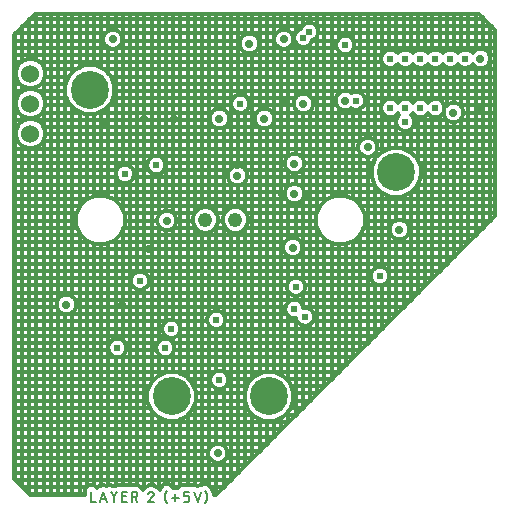
<source format=gbr>
G04 EAGLE Gerber RS-274X export*
G75*
%MOMM*%
%FSLAX34Y34*%
%LPD*%
%INCopper Layer 2*%
%IPPOS*%
%AMOC8*
5,1,8,0,0,1.08239X$1,22.5*%
G01*
%ADD10C,0.177800*%
%ADD11C,1.219200*%
%ADD12C,1.524000*%
%ADD13C,0.704800*%
%ADD14C,0.604800*%
%ADD15C,0.304800*%
%ADD16C,3.215641*%


D10*
X77089Y14351D02*
X77089Y5969D01*
X80814Y5969D01*
X84214Y5969D02*
X87008Y14351D01*
X89802Y5969D01*
X89104Y8065D02*
X84913Y8065D01*
X93358Y14351D02*
X96152Y10393D01*
X98946Y14351D01*
X96152Y10393D02*
X96152Y5969D01*
X103302Y5969D02*
X107027Y5969D01*
X103302Y5969D02*
X103302Y14351D01*
X107027Y14351D01*
X106096Y10626D02*
X103302Y10626D01*
X111291Y14351D02*
X111291Y5969D01*
X111291Y14351D02*
X113620Y14351D01*
X113715Y14349D01*
X113810Y14343D01*
X113904Y14334D01*
X113998Y14320D01*
X114092Y14303D01*
X114184Y14282D01*
X114276Y14257D01*
X114366Y14228D01*
X114456Y14196D01*
X114544Y14160D01*
X114630Y14120D01*
X114715Y14078D01*
X114798Y14031D01*
X114879Y13981D01*
X114957Y13928D01*
X115034Y13872D01*
X115108Y13813D01*
X115180Y13751D01*
X115249Y13686D01*
X115316Y13618D01*
X115379Y13548D01*
X115440Y13474D01*
X115498Y13399D01*
X115552Y13321D01*
X115604Y13241D01*
X115652Y13159D01*
X115696Y13076D01*
X115738Y12990D01*
X115775Y12903D01*
X115809Y12814D01*
X115840Y12724D01*
X115867Y12633D01*
X115890Y12541D01*
X115909Y12448D01*
X115924Y12354D01*
X115936Y12260D01*
X115944Y12165D01*
X115948Y12070D01*
X115948Y11976D01*
X115944Y11881D01*
X115936Y11786D01*
X115924Y11692D01*
X115909Y11598D01*
X115890Y11505D01*
X115867Y11413D01*
X115840Y11322D01*
X115809Y11232D01*
X115775Y11143D01*
X115738Y11056D01*
X115696Y10970D01*
X115652Y10887D01*
X115604Y10805D01*
X115552Y10725D01*
X115498Y10647D01*
X115440Y10572D01*
X115379Y10498D01*
X115316Y10428D01*
X115249Y10360D01*
X115180Y10295D01*
X115108Y10233D01*
X115034Y10174D01*
X114957Y10118D01*
X114879Y10065D01*
X114798Y10015D01*
X114715Y9968D01*
X114630Y9926D01*
X114544Y9886D01*
X114456Y9850D01*
X114366Y9818D01*
X114276Y9789D01*
X114184Y9764D01*
X114092Y9743D01*
X113998Y9726D01*
X113904Y9712D01*
X113810Y9703D01*
X113715Y9697D01*
X113620Y9695D01*
X113620Y9694D02*
X111291Y9694D01*
X114085Y9694D02*
X115948Y5969D01*
X127779Y14352D02*
X127868Y14350D01*
X127957Y14344D01*
X128045Y14335D01*
X128133Y14322D01*
X128221Y14305D01*
X128307Y14284D01*
X128393Y14260D01*
X128477Y14232D01*
X128561Y14201D01*
X128642Y14166D01*
X128723Y14128D01*
X128801Y14086D01*
X128878Y14041D01*
X128953Y13993D01*
X129025Y13941D01*
X129096Y13887D01*
X129164Y13829D01*
X129229Y13769D01*
X129292Y13706D01*
X129352Y13641D01*
X129410Y13573D01*
X129464Y13502D01*
X129516Y13430D01*
X129564Y13355D01*
X129609Y13278D01*
X129651Y13200D01*
X129689Y13119D01*
X129724Y13038D01*
X129755Y12954D01*
X129783Y12870D01*
X129807Y12784D01*
X129828Y12698D01*
X129845Y12610D01*
X129858Y12522D01*
X129867Y12434D01*
X129873Y12345D01*
X129875Y12256D01*
X127779Y14351D02*
X127676Y14349D01*
X127574Y14343D01*
X127472Y14333D01*
X127370Y14320D01*
X127269Y14302D01*
X127169Y14281D01*
X127069Y14256D01*
X126971Y14227D01*
X126874Y14194D01*
X126778Y14158D01*
X126683Y14118D01*
X126590Y14074D01*
X126499Y14027D01*
X126410Y13977D01*
X126323Y13923D01*
X126237Y13866D01*
X126154Y13806D01*
X126074Y13742D01*
X125996Y13676D01*
X125920Y13606D01*
X125847Y13534D01*
X125777Y13459D01*
X125710Y13381D01*
X125646Y13301D01*
X125585Y13219D01*
X125527Y13134D01*
X125473Y13047D01*
X125421Y12958D01*
X125374Y12868D01*
X125329Y12775D01*
X125289Y12681D01*
X125251Y12585D01*
X125218Y12488D01*
X129176Y10626D02*
X129241Y10690D01*
X129303Y10757D01*
X129363Y10826D01*
X129419Y10898D01*
X129472Y10971D01*
X129523Y11047D01*
X129570Y11125D01*
X129614Y11205D01*
X129655Y11286D01*
X129693Y11369D01*
X129727Y11454D01*
X129758Y11540D01*
X129785Y11627D01*
X129809Y11715D01*
X129829Y11803D01*
X129846Y11893D01*
X129858Y11983D01*
X129868Y12074D01*
X129873Y12165D01*
X129875Y12256D01*
X129176Y10626D02*
X125218Y5969D01*
X129875Y5969D01*
X139149Y10160D02*
X139151Y10352D01*
X139158Y10544D01*
X139170Y10735D01*
X139186Y10926D01*
X139207Y11117D01*
X139232Y11307D01*
X139262Y11496D01*
X139296Y11685D01*
X139335Y11873D01*
X139379Y12060D01*
X139427Y12246D01*
X139479Y12430D01*
X139536Y12613D01*
X139597Y12795D01*
X139662Y12975D01*
X139732Y13154D01*
X139806Y13331D01*
X139885Y13506D01*
X139967Y13679D01*
X140054Y13850D01*
X140145Y14019D01*
X140240Y14186D01*
X140339Y14350D01*
X140441Y14512D01*
X140548Y14672D01*
X140658Y14829D01*
X140773Y14983D01*
X140890Y15134D01*
X141012Y15283D01*
X139149Y10160D02*
X139151Y9968D01*
X139158Y9776D01*
X139170Y9585D01*
X139186Y9394D01*
X139207Y9203D01*
X139232Y9013D01*
X139262Y8824D01*
X139296Y8635D01*
X139335Y8447D01*
X139379Y8260D01*
X139427Y8074D01*
X139479Y7890D01*
X139536Y7707D01*
X139597Y7525D01*
X139662Y7345D01*
X139732Y7166D01*
X139806Y6989D01*
X139885Y6814D01*
X139967Y6641D01*
X140054Y6470D01*
X140145Y6301D01*
X140240Y6134D01*
X140339Y5970D01*
X140441Y5808D01*
X140548Y5648D01*
X140658Y5491D01*
X140773Y5337D01*
X140890Y5186D01*
X141012Y5037D01*
X145174Y9229D02*
X150762Y9229D01*
X147968Y6435D02*
X147968Y12023D01*
X155393Y5969D02*
X158187Y5969D01*
X158271Y5971D01*
X158354Y5977D01*
X158437Y5986D01*
X158520Y5999D01*
X158602Y6016D01*
X158683Y6036D01*
X158763Y6060D01*
X158842Y6088D01*
X158919Y6119D01*
X158995Y6153D01*
X159070Y6191D01*
X159143Y6233D01*
X159213Y6277D01*
X159282Y6325D01*
X159349Y6375D01*
X159413Y6429D01*
X159474Y6485D01*
X159534Y6545D01*
X159590Y6606D01*
X159644Y6670D01*
X159694Y6737D01*
X159742Y6806D01*
X159786Y6876D01*
X159828Y6949D01*
X159866Y7024D01*
X159900Y7100D01*
X159931Y7177D01*
X159959Y7256D01*
X159983Y7336D01*
X160003Y7417D01*
X160020Y7499D01*
X160033Y7582D01*
X160043Y7665D01*
X160048Y7748D01*
X160050Y7832D01*
X160050Y8763D01*
X160048Y8847D01*
X160043Y8930D01*
X160033Y9013D01*
X160020Y9096D01*
X160003Y9178D01*
X159983Y9259D01*
X159959Y9339D01*
X159931Y9418D01*
X159900Y9495D01*
X159866Y9571D01*
X159828Y9646D01*
X159786Y9719D01*
X159742Y9789D01*
X159694Y9858D01*
X159644Y9925D01*
X159590Y9989D01*
X159534Y10050D01*
X159474Y10110D01*
X159413Y10166D01*
X159349Y10220D01*
X159282Y10270D01*
X159213Y10318D01*
X159143Y10362D01*
X159070Y10404D01*
X158995Y10442D01*
X158919Y10476D01*
X158842Y10507D01*
X158763Y10535D01*
X158683Y10559D01*
X158602Y10579D01*
X158520Y10596D01*
X158437Y10609D01*
X158354Y10619D01*
X158271Y10624D01*
X158187Y10626D01*
X155393Y10626D01*
X155393Y14351D01*
X160050Y14351D01*
X164072Y14351D02*
X166866Y5969D01*
X169660Y14351D01*
X175075Y10160D02*
X175073Y9968D01*
X175066Y9777D01*
X175054Y9585D01*
X175038Y9394D01*
X175017Y9203D01*
X174992Y9013D01*
X174962Y8824D01*
X174928Y8635D01*
X174889Y8447D01*
X174845Y8260D01*
X174797Y8074D01*
X174745Y7890D01*
X174688Y7707D01*
X174627Y7525D01*
X174562Y7345D01*
X174492Y7166D01*
X174418Y6989D01*
X174339Y6814D01*
X174257Y6641D01*
X174170Y6470D01*
X174079Y6301D01*
X173984Y6134D01*
X173885Y5970D01*
X173783Y5808D01*
X173676Y5648D01*
X173566Y5491D01*
X173451Y5337D01*
X173334Y5186D01*
X173212Y5037D01*
X175075Y10160D02*
X175073Y10352D01*
X175066Y10543D01*
X175054Y10735D01*
X175038Y10926D01*
X175017Y11117D01*
X174992Y11307D01*
X174962Y11496D01*
X174928Y11685D01*
X174889Y11873D01*
X174845Y12060D01*
X174797Y12246D01*
X174745Y12430D01*
X174688Y12613D01*
X174627Y12795D01*
X174562Y12975D01*
X174492Y13154D01*
X174418Y13331D01*
X174339Y13506D01*
X174257Y13679D01*
X174170Y13850D01*
X174079Y14019D01*
X173984Y14186D01*
X173885Y14350D01*
X173783Y14512D01*
X173676Y14672D01*
X173566Y14829D01*
X173451Y14983D01*
X173334Y15134D01*
X173212Y15283D01*
D11*
X173480Y244350D03*
X198880Y244350D03*
D12*
X25400Y342900D03*
X25400Y317500D03*
X25400Y368300D03*
D13*
X185420Y330200D03*
X200660Y281940D03*
X210820Y393700D03*
X406400Y381000D03*
X383540Y335280D03*
D14*
X250190Y187960D03*
X182880Y160020D03*
X118110Y193040D03*
X105410Y283210D03*
D13*
X337820Y236220D03*
X184150Y46990D03*
X95250Y397510D03*
D14*
X342900Y327660D03*
X144780Y152400D03*
X99060Y135890D03*
D13*
X248920Y292100D03*
X248920Y266700D03*
X292100Y345440D03*
X223520Y330200D03*
X311150Y306070D03*
X55880Y172720D03*
X247650Y220980D03*
X140970Y243840D03*
D14*
X185420Y109220D03*
D15*
X138280Y20524D02*
X136827Y18790D01*
X135306Y16976D01*
X135306Y16976D01*
X134716Y15353D01*
X133311Y17787D01*
X133311Y17787D01*
X133311Y17787D01*
X130366Y19488D01*
X130041Y19812D01*
X125517Y19812D01*
X125093Y19388D01*
X122877Y18400D01*
X120571Y15836D01*
X120246Y16837D01*
X120246Y16837D01*
X116151Y19812D01*
X101040Y19812D01*
X100891Y19663D01*
X100248Y20117D01*
X96152Y19411D01*
X92057Y20117D01*
X90429Y18967D01*
X89104Y19409D01*
X87428Y20247D01*
X87008Y20107D01*
X86589Y20247D01*
X84913Y19409D01*
X83136Y18816D01*
X82938Y18421D01*
X82543Y18224D01*
X82142Y17021D01*
X79351Y19812D01*
X74827Y19812D01*
X71628Y16613D01*
X71628Y11430D01*
X25400Y11430D01*
X11430Y25400D01*
X11430Y401320D01*
X29210Y419100D01*
X405130Y419100D01*
X419100Y405130D01*
X419100Y247650D01*
X182880Y11430D01*
X180536Y11430D01*
X180536Y12527D01*
X178918Y16976D01*
X178918Y16976D01*
X177397Y18790D01*
X175944Y20524D01*
X171438Y20921D01*
X170237Y19915D01*
X169241Y20247D01*
X166866Y19060D01*
X164491Y20247D01*
X162530Y19594D01*
X162312Y19812D01*
X153131Y19812D01*
X150517Y17197D01*
X150230Y17484D01*
X146300Y17484D01*
X146254Y18015D01*
X142786Y20921D01*
X138280Y20524D01*
X299696Y390919D02*
X299696Y393941D01*
X298540Y396733D01*
X296403Y398870D01*
X293611Y400026D01*
X290589Y400026D01*
X287797Y398870D01*
X285660Y396733D01*
X284504Y393941D01*
X284504Y390919D01*
X285660Y388127D01*
X287797Y385990D01*
X290589Y384834D01*
X293611Y384834D01*
X296403Y385990D01*
X298540Y388127D01*
X299696Y390919D01*
X264636Y344510D02*
X264636Y341290D01*
X264636Y344510D02*
X263403Y347486D01*
X261126Y349763D01*
X258150Y350996D01*
X254930Y350996D01*
X251954Y349763D01*
X249677Y347486D01*
X248444Y344510D01*
X248444Y341290D01*
X249677Y338314D01*
X251954Y336037D01*
X254930Y334804D01*
X258150Y334804D01*
X261126Y336037D01*
X263403Y338314D01*
X264636Y341290D01*
X248126Y395900D02*
X248126Y399120D01*
X246893Y402096D01*
X244616Y404373D01*
X241640Y405606D01*
X238420Y405606D01*
X235444Y404373D01*
X233167Y402096D01*
X231934Y399120D01*
X231934Y395900D01*
X233167Y392924D01*
X235444Y390647D01*
X238420Y389414D01*
X241640Y389414D01*
X244616Y390647D01*
X246893Y392924D01*
X248126Y395900D01*
X147296Y137401D02*
X147296Y134379D01*
X147296Y137401D02*
X146140Y140193D01*
X144003Y142330D01*
X141211Y143486D01*
X138189Y143486D01*
X135397Y142330D01*
X133260Y140193D01*
X132104Y137401D01*
X132104Y134379D01*
X133260Y131587D01*
X135397Y129450D01*
X138189Y128294D01*
X141211Y128294D01*
X144003Y129450D01*
X146140Y131587D01*
X147296Y134379D01*
X328906Y195339D02*
X328906Y198361D01*
X327750Y201153D01*
X325613Y203290D01*
X322821Y204446D01*
X319799Y204446D01*
X317007Y203290D01*
X314870Y201153D01*
X313714Y198361D01*
X313714Y195339D01*
X314870Y192547D01*
X317007Y190410D01*
X319799Y189254D01*
X322821Y189254D01*
X325613Y190410D01*
X327750Y192547D01*
X328906Y195339D01*
X139676Y289319D02*
X139676Y292341D01*
X138520Y295133D01*
X136383Y297270D01*
X133591Y298426D01*
X130569Y298426D01*
X127777Y297270D01*
X125640Y295133D01*
X124484Y292341D01*
X124484Y289319D01*
X125640Y286527D01*
X127777Y284390D01*
X130569Y283234D01*
X133591Y283234D01*
X136383Y284390D01*
X138520Y286527D01*
X139676Y289319D01*
X247980Y99104D02*
X247980Y90888D01*
X247980Y99104D02*
X244836Y106693D01*
X239027Y112502D01*
X231438Y115646D01*
X223222Y115646D01*
X215633Y112502D01*
X209824Y106693D01*
X206680Y99104D01*
X206680Y90888D01*
X209824Y83299D01*
X215633Y77490D01*
X223222Y74346D01*
X231438Y74346D01*
X239027Y77490D01*
X244836Y83299D01*
X247980Y90888D01*
X96342Y350476D02*
X96342Y358692D01*
X93198Y366281D01*
X87389Y372090D01*
X79800Y375234D01*
X71584Y375234D01*
X63995Y372090D01*
X58186Y366281D01*
X55042Y358692D01*
X55042Y350476D01*
X58186Y342887D01*
X63995Y337078D01*
X71584Y333934D01*
X79800Y333934D01*
X87389Y337078D01*
X93198Y342887D01*
X96342Y350476D01*
X193016Y110731D02*
X193016Y107709D01*
X193016Y110731D02*
X191860Y113523D01*
X189723Y115660D01*
X186931Y116816D01*
X183909Y116816D01*
X181117Y115660D01*
X178980Y113523D01*
X177824Y110731D01*
X177824Y107709D01*
X178980Y104917D01*
X181117Y102780D01*
X183909Y101624D01*
X186931Y101624D01*
X189723Y102780D01*
X191860Y104917D01*
X193016Y107709D01*
X63976Y171110D02*
X63976Y174330D01*
X62743Y177306D01*
X60466Y179583D01*
X57490Y180816D01*
X54270Y180816D01*
X51294Y179583D01*
X49017Y177306D01*
X47784Y174330D01*
X47784Y171110D01*
X49017Y168134D01*
X51294Y165857D01*
X54270Y164624D01*
X57490Y164624D01*
X60466Y165857D01*
X62743Y168134D01*
X63976Y171110D01*
X319246Y304460D02*
X319246Y307680D01*
X318013Y310656D01*
X315736Y312933D01*
X312760Y314166D01*
X309540Y314166D01*
X306564Y312933D01*
X304287Y310656D01*
X303054Y307680D01*
X303054Y304460D01*
X304287Y301484D01*
X306564Y299207D01*
X309540Y297974D01*
X312760Y297974D01*
X315736Y299207D01*
X318013Y301484D01*
X319246Y304460D01*
X231616Y328590D02*
X231616Y331810D01*
X230383Y334786D01*
X228106Y337063D01*
X225130Y338296D01*
X221910Y338296D01*
X218934Y337063D01*
X216657Y334786D01*
X215424Y331810D01*
X215424Y328590D01*
X216657Y325614D01*
X218934Y323337D01*
X221910Y322104D01*
X225130Y322104D01*
X228106Y323337D01*
X230383Y325614D01*
X231616Y328590D01*
X293710Y353536D02*
X296686Y352303D01*
X293710Y353536D02*
X290490Y353536D01*
X287514Y352303D01*
X285237Y350026D01*
X284004Y347050D01*
X284004Y343830D01*
X285237Y340854D01*
X287514Y338577D01*
X290490Y337344D01*
X293710Y337344D01*
X296686Y338577D01*
X296986Y338877D01*
X299479Y337844D01*
X302501Y337844D01*
X305293Y339000D01*
X307430Y341137D01*
X308586Y343929D01*
X308586Y346951D01*
X307430Y349743D01*
X305293Y351880D01*
X302501Y353036D01*
X299479Y353036D01*
X296986Y352003D01*
X296686Y352303D01*
X257016Y268310D02*
X257016Y265090D01*
X257016Y268310D02*
X255783Y271286D01*
X253506Y273563D01*
X250530Y274796D01*
X247310Y274796D01*
X244334Y273563D01*
X242057Y271286D01*
X240824Y268310D01*
X240824Y265090D01*
X242057Y262114D01*
X244334Y259837D01*
X247310Y258604D01*
X250530Y258604D01*
X253506Y259837D01*
X255783Y262114D01*
X257016Y265090D01*
X257016Y290490D02*
X257016Y293710D01*
X255783Y296686D01*
X253506Y298963D01*
X250530Y300196D01*
X247310Y300196D01*
X244334Y298963D01*
X242057Y296686D01*
X240824Y293710D01*
X240824Y290490D01*
X242057Y287514D01*
X244334Y285237D01*
X247310Y284004D01*
X250530Y284004D01*
X253506Y285237D01*
X255783Y287514D01*
X257016Y290490D01*
X106656Y137401D02*
X106656Y134379D01*
X106656Y137401D02*
X105500Y140193D01*
X103363Y142330D01*
X100571Y143486D01*
X97549Y143486D01*
X94757Y142330D01*
X92620Y140193D01*
X91464Y137401D01*
X91464Y134379D01*
X92620Y131587D01*
X94757Y129450D01*
X97549Y128294D01*
X100571Y128294D01*
X103363Y129450D01*
X105500Y131587D01*
X106656Y134379D01*
X152376Y150889D02*
X152376Y153911D01*
X151220Y156703D01*
X149083Y158840D01*
X146291Y159996D01*
X143269Y159996D01*
X140477Y158840D01*
X138340Y156703D01*
X137184Y153911D01*
X137184Y150889D01*
X138340Y148097D01*
X140477Y145960D01*
X143269Y144804D01*
X146291Y144804D01*
X149083Y145960D01*
X151220Y148097D01*
X152376Y150889D01*
X350496Y326149D02*
X350496Y329171D01*
X349340Y331963D01*
X347927Y333375D01*
X349250Y334698D01*
X351297Y332650D01*
X354089Y331494D01*
X357111Y331494D01*
X359903Y332650D01*
X361950Y334698D01*
X363997Y332650D01*
X366789Y331494D01*
X369811Y331494D01*
X372603Y332650D01*
X374740Y334787D01*
X375444Y336488D01*
X375444Y333670D01*
X376677Y330694D01*
X378954Y328417D01*
X381930Y327184D01*
X385150Y327184D01*
X388126Y328417D01*
X390403Y330694D01*
X391636Y333670D01*
X391636Y336890D01*
X390403Y339866D01*
X388126Y342143D01*
X385150Y343376D01*
X381930Y343376D01*
X378954Y342143D01*
X376677Y339866D01*
X375896Y337982D01*
X375896Y340601D01*
X374740Y343393D01*
X372603Y345530D01*
X369811Y346686D01*
X366789Y346686D01*
X363997Y345530D01*
X361950Y343482D01*
X359903Y345530D01*
X357111Y346686D01*
X354089Y346686D01*
X351297Y345530D01*
X349250Y343482D01*
X347203Y345530D01*
X344411Y346686D01*
X341389Y346686D01*
X338597Y345530D01*
X336550Y343482D01*
X334503Y345530D01*
X331711Y346686D01*
X328689Y346686D01*
X325897Y345530D01*
X323760Y343393D01*
X322604Y340601D01*
X322604Y337579D01*
X323760Y334787D01*
X325897Y332650D01*
X328689Y331494D01*
X331711Y331494D01*
X334503Y332650D01*
X336550Y334698D01*
X337873Y333375D01*
X336460Y331963D01*
X335304Y329171D01*
X335304Y326149D01*
X336460Y323357D01*
X338597Y321220D01*
X341389Y320064D01*
X344411Y320064D01*
X347203Y321220D01*
X349340Y323357D01*
X350496Y326149D01*
X103346Y395900D02*
X103346Y399120D01*
X102113Y402096D01*
X99836Y404373D01*
X96860Y405606D01*
X93640Y405606D01*
X90664Y404373D01*
X88387Y402096D01*
X87154Y399120D01*
X87154Y395900D01*
X88387Y392924D01*
X90664Y390647D01*
X93640Y389414D01*
X96860Y389414D01*
X99836Y390647D01*
X102113Y392924D01*
X103346Y395900D01*
X192246Y48600D02*
X192246Y45380D01*
X192246Y48600D02*
X191013Y51576D01*
X188736Y53853D01*
X185760Y55086D01*
X182540Y55086D01*
X179564Y53853D01*
X177287Y51576D01*
X176054Y48600D01*
X176054Y45380D01*
X177287Y42404D01*
X179564Y40127D01*
X182540Y38894D01*
X185760Y38894D01*
X188736Y40127D01*
X191013Y42404D01*
X192246Y45380D01*
X113006Y281699D02*
X113006Y284721D01*
X111850Y287513D01*
X109713Y289650D01*
X106921Y290806D01*
X103899Y290806D01*
X101107Y289650D01*
X98970Y287513D01*
X97814Y284721D01*
X97814Y281699D01*
X98970Y278907D01*
X101107Y276770D01*
X103899Y275614D01*
X106921Y275614D01*
X109713Y276770D01*
X111850Y278907D01*
X113006Y281699D01*
X125706Y194551D02*
X125706Y191529D01*
X125706Y194551D02*
X124550Y197343D01*
X122413Y199480D01*
X119621Y200636D01*
X116599Y200636D01*
X113807Y199480D01*
X111670Y197343D01*
X110514Y194551D01*
X110514Y191529D01*
X111670Y188737D01*
X113807Y186600D01*
X116599Y185444D01*
X119621Y185444D01*
X122413Y186600D01*
X124550Y188737D01*
X125706Y191529D01*
X190476Y161531D02*
X190476Y158509D01*
X190476Y161531D02*
X189320Y164323D01*
X187183Y166460D01*
X184391Y167616D01*
X181369Y167616D01*
X178577Y166460D01*
X176440Y164323D01*
X175284Y161531D01*
X175284Y158509D01*
X176440Y155717D01*
X178577Y153580D01*
X181369Y152424D01*
X184391Y152424D01*
X187183Y153580D01*
X189320Y155717D01*
X190476Y158509D01*
X414496Y379390D02*
X414496Y382610D01*
X413263Y385586D01*
X410986Y387863D01*
X408010Y389096D01*
X404790Y389096D01*
X401814Y387863D01*
X399696Y385746D01*
X398003Y387440D01*
X395211Y388596D01*
X392189Y388596D01*
X389397Y387440D01*
X387350Y385392D01*
X385303Y387440D01*
X382511Y388596D01*
X379489Y388596D01*
X376697Y387440D01*
X374650Y385392D01*
X372603Y387440D01*
X369811Y388596D01*
X366789Y388596D01*
X363997Y387440D01*
X361950Y385392D01*
X359903Y387440D01*
X357111Y388596D01*
X354089Y388596D01*
X351297Y387440D01*
X349250Y385392D01*
X347203Y387440D01*
X344411Y388596D01*
X341389Y388596D01*
X338597Y387440D01*
X336550Y385392D01*
X334503Y387440D01*
X331711Y388596D01*
X328689Y388596D01*
X325897Y387440D01*
X323760Y385303D01*
X322604Y382511D01*
X322604Y379489D01*
X323760Y376697D01*
X325897Y374560D01*
X328689Y373404D01*
X331711Y373404D01*
X334503Y374560D01*
X336550Y376608D01*
X338597Y374560D01*
X341389Y373404D01*
X344411Y373404D01*
X347203Y374560D01*
X349250Y376608D01*
X351297Y374560D01*
X354089Y373404D01*
X357111Y373404D01*
X359903Y374560D01*
X361950Y376608D01*
X363997Y374560D01*
X366789Y373404D01*
X369811Y373404D01*
X372603Y374560D01*
X374650Y376608D01*
X376697Y374560D01*
X379489Y373404D01*
X382511Y373404D01*
X385303Y374560D01*
X387350Y376608D01*
X389397Y374560D01*
X392189Y373404D01*
X395211Y373404D01*
X398003Y374560D01*
X399696Y376254D01*
X401814Y374137D01*
X404790Y372904D01*
X408010Y372904D01*
X410986Y374137D01*
X413263Y376414D01*
X414496Y379390D01*
X218916Y392090D02*
X218916Y395310D01*
X217683Y398286D01*
X215406Y400563D01*
X212430Y401796D01*
X209210Y401796D01*
X206234Y400563D01*
X203957Y398286D01*
X202724Y395310D01*
X202724Y392090D01*
X203957Y389114D01*
X206234Y386837D01*
X209210Y385604D01*
X212430Y385604D01*
X215406Y386837D01*
X217683Y389114D01*
X218916Y392090D01*
X208756Y283550D02*
X208756Y280330D01*
X208756Y283550D02*
X207523Y286526D01*
X205246Y288803D01*
X202270Y290036D01*
X199050Y290036D01*
X196074Y288803D01*
X193797Y286526D01*
X192564Y283550D01*
X192564Y280330D01*
X193797Y277354D01*
X196074Y275077D01*
X199050Y273844D01*
X202270Y273844D01*
X205246Y275077D01*
X207523Y277354D01*
X208756Y280330D01*
X193516Y328590D02*
X193516Y331810D01*
X192283Y334786D01*
X190006Y337063D01*
X187030Y338296D01*
X183810Y338296D01*
X180834Y337063D01*
X178557Y334786D01*
X177324Y331810D01*
X177324Y328590D01*
X178557Y325614D01*
X180834Y323337D01*
X183810Y322104D01*
X187030Y322104D01*
X190006Y323337D01*
X192283Y325614D01*
X193516Y328590D01*
X37592Y365875D02*
X37592Y370725D01*
X35736Y375206D01*
X32306Y378636D01*
X27825Y380492D01*
X22975Y380492D01*
X18494Y378636D01*
X15064Y375206D01*
X13208Y370725D01*
X13208Y365875D01*
X15064Y361394D01*
X18494Y357964D01*
X22975Y356108D01*
X27825Y356108D01*
X32306Y357964D01*
X35736Y361394D01*
X37592Y365875D01*
X37592Y319925D02*
X37592Y315075D01*
X37592Y319925D02*
X35736Y324406D01*
X32306Y327836D01*
X27825Y329692D01*
X22975Y329692D01*
X18494Y327836D01*
X15064Y324406D01*
X13208Y319925D01*
X13208Y315075D01*
X15064Y310594D01*
X18494Y307164D01*
X22975Y305308D01*
X27825Y305308D01*
X32306Y307164D01*
X35736Y310594D01*
X37592Y315075D01*
X37592Y340475D02*
X37592Y345325D01*
X35736Y349806D01*
X32306Y353236D01*
X27825Y355092D01*
X22975Y355092D01*
X18494Y353236D01*
X15064Y349806D01*
X13208Y345325D01*
X13208Y340475D01*
X15064Y335994D01*
X18494Y332564D01*
X22975Y330708D01*
X27825Y330708D01*
X32306Y332564D01*
X35736Y335994D01*
X37592Y340475D01*
X209548Y246472D02*
X209548Y242228D01*
X209548Y246472D02*
X207924Y250393D01*
X204923Y253394D01*
X201002Y255018D01*
X196758Y255018D01*
X192837Y253394D01*
X189836Y250393D01*
X188212Y246472D01*
X188212Y242228D01*
X189836Y238307D01*
X192837Y235306D01*
X196758Y233682D01*
X201002Y233682D01*
X204923Y235306D01*
X207924Y238307D01*
X209548Y242228D01*
X308352Y240258D02*
X308352Y248442D01*
X305220Y256003D01*
X299433Y261790D01*
X291872Y264922D01*
X283688Y264922D01*
X276127Y261790D01*
X270340Y256003D01*
X267208Y248442D01*
X267208Y240258D01*
X270340Y232697D01*
X276127Y226910D01*
X283688Y223778D01*
X291872Y223778D01*
X299433Y226910D01*
X305220Y232697D01*
X308352Y240258D01*
X105152Y240258D02*
X105152Y248442D01*
X102020Y256003D01*
X96233Y261790D01*
X88672Y264922D01*
X80488Y264922D01*
X72927Y261790D01*
X67140Y256003D01*
X64008Y248442D01*
X64008Y240258D01*
X67140Y232697D01*
X72927Y226910D01*
X80488Y223778D01*
X88672Y223778D01*
X96233Y226910D01*
X102020Y232697D01*
X105152Y240258D01*
X184148Y242228D02*
X184148Y246472D01*
X182524Y250393D01*
X179523Y253394D01*
X175602Y255018D01*
X171358Y255018D01*
X167437Y253394D01*
X164436Y250393D01*
X162812Y246472D01*
X162812Y242228D01*
X164436Y238307D01*
X167437Y235306D01*
X171358Y233682D01*
X175602Y233682D01*
X179523Y235306D01*
X182524Y238307D01*
X184148Y242228D01*
X257786Y189471D02*
X257786Y186449D01*
X257786Y189471D02*
X256630Y192263D01*
X254493Y194400D01*
X251701Y195556D01*
X248679Y195556D01*
X245887Y194400D01*
X243750Y192263D01*
X242594Y189471D01*
X242594Y186449D01*
X243750Y183657D01*
X245887Y181520D01*
X248679Y180364D01*
X251701Y180364D01*
X254493Y181520D01*
X256630Y183657D01*
X257786Y186449D01*
X345916Y234610D02*
X345916Y237830D01*
X344683Y240806D01*
X342406Y243083D01*
X339430Y244316D01*
X336210Y244316D01*
X333234Y243083D01*
X330957Y240806D01*
X329724Y237830D01*
X329724Y234610D01*
X330957Y231634D01*
X333234Y229357D01*
X336210Y228124D01*
X339430Y228124D01*
X342406Y229357D01*
X344683Y231634D01*
X345916Y234610D01*
X255746Y222590D02*
X255746Y219370D01*
X255746Y222590D02*
X254513Y225566D01*
X252236Y227843D01*
X249260Y229076D01*
X246040Y229076D01*
X243064Y227843D01*
X240787Y225566D01*
X239554Y222590D01*
X239554Y219370D01*
X240787Y216394D01*
X243064Y214117D01*
X246040Y212884D01*
X249260Y212884D01*
X252236Y214117D01*
X254513Y216394D01*
X255746Y219370D01*
X149066Y242230D02*
X149066Y245450D01*
X147833Y248426D01*
X145556Y250703D01*
X142580Y251936D01*
X139360Y251936D01*
X136384Y250703D01*
X134107Y248426D01*
X132874Y245450D01*
X132874Y242230D01*
X134107Y239254D01*
X136384Y236977D01*
X139360Y235744D01*
X142580Y235744D01*
X145556Y236977D01*
X147833Y239254D01*
X149066Y242230D01*
X355676Y280626D02*
X355676Y288842D01*
X352532Y296431D01*
X346723Y302240D01*
X339134Y305384D01*
X330918Y305384D01*
X323329Y302240D01*
X317520Y296431D01*
X314376Y288842D01*
X314376Y280626D01*
X317520Y273037D01*
X323329Y267228D01*
X330918Y264084D01*
X339134Y264084D01*
X346723Y267228D01*
X352532Y273037D01*
X355676Y280626D01*
X165684Y99104D02*
X165684Y90888D01*
X165684Y99104D02*
X162540Y106693D01*
X156731Y112502D01*
X149142Y115646D01*
X140926Y115646D01*
X133337Y112502D01*
X127528Y106693D01*
X124384Y99104D01*
X124384Y90888D01*
X127528Y83299D01*
X133337Y77490D01*
X140926Y74346D01*
X149142Y74346D01*
X156731Y77490D01*
X162540Y83299D01*
X165684Y90888D01*
X256516Y170421D02*
X255360Y173213D01*
X253223Y175350D01*
X250431Y176506D01*
X247409Y176506D01*
X244617Y175350D01*
X242480Y173213D01*
X241324Y170421D01*
X241324Y167399D01*
X242480Y164607D01*
X244617Y162470D01*
X247409Y161314D01*
X250214Y161314D01*
X250214Y161049D01*
X251370Y158257D01*
X253507Y156120D01*
X256299Y154964D01*
X259321Y154964D01*
X262113Y156120D01*
X264250Y158257D01*
X265406Y161049D01*
X265406Y164071D01*
X264250Y166863D01*
X262113Y169000D01*
X259321Y170156D01*
X256516Y170156D01*
X256516Y170421D01*
X210796Y341389D02*
X210796Y344411D01*
X209640Y347203D01*
X207503Y349340D01*
X204711Y350496D01*
X201689Y350496D01*
X198897Y349340D01*
X196760Y347203D01*
X195604Y344411D01*
X195604Y341389D01*
X196760Y338597D01*
X198897Y336460D01*
X201689Y335304D01*
X204711Y335304D01*
X207503Y336460D01*
X209640Y338597D01*
X210796Y341389D01*
X250100Y403083D02*
X252237Y405220D01*
X250100Y403083D02*
X248944Y400291D01*
X248944Y397269D01*
X250100Y394477D01*
X252237Y392340D01*
X255029Y391184D01*
X258051Y391184D01*
X260843Y392340D01*
X262980Y394477D01*
X263814Y396491D01*
X265923Y397364D01*
X268060Y399501D01*
X269216Y402293D01*
X269216Y405315D01*
X268060Y408107D01*
X265923Y410244D01*
X263131Y411400D01*
X260109Y411400D01*
X257317Y410244D01*
X255180Y408107D01*
X254346Y406093D01*
X252237Y405220D01*
X71628Y12192D02*
X24638Y12192D01*
X180536Y12192D02*
X183642Y12192D01*
X73303Y18288D02*
X18542Y18288D01*
X80875Y18288D02*
X82671Y18288D01*
X118248Y18288D02*
X122776Y18288D01*
X132444Y18288D02*
X136406Y18288D01*
X145928Y18288D02*
X151607Y18288D01*
X177818Y18288D02*
X189738Y18288D01*
X195834Y24384D02*
X12446Y24384D01*
X11430Y30480D02*
X201930Y30480D01*
X208026Y36576D02*
X11430Y36576D01*
X11430Y42672D02*
X177176Y42672D01*
X191124Y42672D02*
X214122Y42672D01*
X176123Y48768D02*
X11430Y48768D01*
X192177Y48768D02*
X220218Y48768D01*
X182004Y54864D02*
X11430Y54864D01*
X186296Y54864D02*
X226314Y54864D01*
X232410Y60960D02*
X11430Y60960D01*
X11430Y67056D02*
X238506Y67056D01*
X244602Y73152D02*
X11430Y73152D01*
X11430Y79248D02*
X131578Y79248D01*
X158490Y79248D02*
X213874Y79248D01*
X240786Y79248D02*
X250698Y79248D01*
X126680Y85344D02*
X11430Y85344D01*
X163388Y85344D02*
X208976Y85344D01*
X245684Y85344D02*
X256794Y85344D01*
X124384Y91440D02*
X11430Y91440D01*
X165684Y91440D02*
X206680Y91440D01*
X247980Y91440D02*
X262890Y91440D01*
X124384Y97536D02*
X11430Y97536D01*
X165684Y97536D02*
X206680Y97536D01*
X247980Y97536D02*
X268986Y97536D01*
X126260Y103632D02*
X11430Y103632D01*
X163808Y103632D02*
X180266Y103632D01*
X190574Y103632D02*
X208556Y103632D01*
X246104Y103632D02*
X275082Y103632D01*
X130562Y109728D02*
X11430Y109728D01*
X159506Y109728D02*
X177824Y109728D01*
X193016Y109728D02*
X212858Y109728D01*
X241802Y109728D02*
X281178Y109728D01*
X181514Y115824D02*
X11430Y115824D01*
X189326Y115824D02*
X287274Y115824D01*
X293370Y121920D02*
X11430Y121920D01*
X11430Y128016D02*
X299466Y128016D01*
X91575Y134112D02*
X11430Y134112D01*
X106545Y134112D02*
X132215Y134112D01*
X147185Y134112D02*
X305562Y134112D01*
X92636Y140208D02*
X11430Y140208D01*
X105484Y140208D02*
X133276Y140208D01*
X146124Y140208D02*
X311658Y140208D01*
X140134Y146304D02*
X11430Y146304D01*
X149426Y146304D02*
X317754Y146304D01*
X137184Y152400D02*
X11430Y152400D01*
X152376Y152400D02*
X323850Y152400D01*
X140134Y158496D02*
X11430Y158496D01*
X149426Y158496D02*
X175289Y158496D01*
X190471Y158496D02*
X251271Y158496D01*
X264348Y158496D02*
X329946Y158496D01*
X176710Y164592D02*
X11430Y164592D01*
X189050Y164592D02*
X242496Y164592D01*
X265190Y164592D02*
X336042Y164592D01*
X47959Y170688D02*
X11430Y170688D01*
X63801Y170688D02*
X241435Y170688D01*
X256405Y170688D02*
X342138Y170688D01*
X48800Y176784D02*
X11430Y176784D01*
X62960Y176784D02*
X348234Y176784D01*
X244528Y182880D02*
X11430Y182880D01*
X255852Y182880D02*
X354330Y182880D01*
X111571Y188976D02*
X11430Y188976D01*
X124648Y188976D02*
X242594Y188976D01*
X257786Y188976D02*
X360426Y188976D01*
X110730Y195072D02*
X11430Y195072D01*
X125490Y195072D02*
X247511Y195072D01*
X252869Y195072D02*
X313825Y195072D01*
X328795Y195072D02*
X366522Y195072D01*
X314886Y201168D02*
X11430Y201168D01*
X327734Y201168D02*
X372618Y201168D01*
X378714Y207264D02*
X11430Y207264D01*
X11430Y213360D02*
X244890Y213360D01*
X250410Y213360D02*
X384810Y213360D01*
X239554Y219456D02*
X11430Y219456D01*
X255746Y219456D02*
X390906Y219456D01*
X76205Y225552D02*
X11430Y225552D01*
X92955Y225552D02*
X240781Y225552D01*
X254519Y225552D02*
X279405Y225552D01*
X296155Y225552D02*
X397002Y225552D01*
X68189Y231648D02*
X11430Y231648D01*
X100971Y231648D02*
X271389Y231648D01*
X304171Y231648D02*
X330951Y231648D01*
X344689Y231648D02*
X403098Y231648D01*
X65049Y237744D02*
X11430Y237744D01*
X104111Y237744D02*
X135617Y237744D01*
X146323Y237744D02*
X164999Y237744D01*
X181961Y237744D02*
X190399Y237744D01*
X207361Y237744D02*
X268249Y237744D01*
X307311Y237744D02*
X329724Y237744D01*
X345916Y237744D02*
X409194Y237744D01*
X64008Y243840D02*
X11430Y243840D01*
X105152Y243840D02*
X132874Y243840D01*
X149066Y243840D02*
X162812Y243840D01*
X184148Y243840D02*
X188212Y243840D01*
X209548Y243840D02*
X267208Y243840D01*
X308352Y243840D02*
X335061Y243840D01*
X340580Y243840D02*
X415290Y243840D01*
X64627Y249936D02*
X11430Y249936D01*
X104533Y249936D02*
X135617Y249936D01*
X146323Y249936D02*
X164247Y249936D01*
X182713Y249936D02*
X189647Y249936D01*
X208113Y249936D02*
X267827Y249936D01*
X307733Y249936D02*
X419100Y249936D01*
X67169Y256032D02*
X11430Y256032D01*
X101991Y256032D02*
X270369Y256032D01*
X305191Y256032D02*
X419100Y256032D01*
X73743Y262128D02*
X11430Y262128D01*
X95417Y262128D02*
X242051Y262128D01*
X255789Y262128D02*
X276943Y262128D01*
X298617Y262128D02*
X419100Y262128D01*
X240824Y268224D02*
X11430Y268224D01*
X257016Y268224D02*
X322332Y268224D01*
X347720Y268224D02*
X419100Y268224D01*
X197900Y274320D02*
X11430Y274320D01*
X203420Y274320D02*
X246161Y274320D01*
X251680Y274320D02*
X316988Y274320D01*
X353064Y274320D02*
X419100Y274320D01*
X98345Y280416D02*
X11430Y280416D01*
X112475Y280416D02*
X192564Y280416D01*
X208756Y280416D02*
X314463Y280416D01*
X355589Y280416D02*
X419100Y280416D01*
X98556Y286512D02*
X11430Y286512D01*
X112264Y286512D02*
X125656Y286512D01*
X138504Y286512D02*
X193791Y286512D01*
X207529Y286512D02*
X243059Y286512D01*
X254781Y286512D02*
X314376Y286512D01*
X355676Y286512D02*
X419100Y286512D01*
X124595Y292608D02*
X11430Y292608D01*
X139565Y292608D02*
X240824Y292608D01*
X257016Y292608D02*
X315936Y292608D01*
X354116Y292608D02*
X419100Y292608D01*
X244075Y298704D02*
X11430Y298704D01*
X253765Y298704D02*
X307777Y298704D01*
X314523Y298704D02*
X319792Y298704D01*
X350260Y298704D02*
X419100Y298704D01*
X303054Y304800D02*
X11430Y304800D01*
X319246Y304800D02*
X329508Y304800D01*
X340544Y304800D02*
X419100Y304800D01*
X14939Y310896D02*
X11430Y310896D01*
X35861Y310896D02*
X304527Y310896D01*
X317773Y310896D02*
X419100Y310896D01*
X13208Y316992D02*
X11430Y316992D01*
X37592Y316992D02*
X419100Y316992D01*
X14518Y323088D02*
X11430Y323088D01*
X36282Y323088D02*
X181434Y323088D01*
X189406Y323088D02*
X219534Y323088D01*
X227506Y323088D02*
X336730Y323088D01*
X349070Y323088D02*
X419100Y323088D01*
X21749Y329184D02*
X11430Y329184D01*
X29051Y329184D02*
X177324Y329184D01*
X193516Y329184D02*
X215424Y329184D01*
X231616Y329184D02*
X335309Y329184D01*
X350491Y329184D02*
X378187Y329184D01*
X388893Y329184D02*
X419100Y329184D01*
X15778Y335280D02*
X11430Y335280D01*
X35022Y335280D02*
X68334Y335280D01*
X83050Y335280D02*
X179051Y335280D01*
X191789Y335280D02*
X217151Y335280D01*
X229889Y335280D02*
X253780Y335280D01*
X259300Y335280D02*
X323556Y335280D01*
X374944Y335280D02*
X375444Y335280D01*
X391636Y335280D02*
X419100Y335280D01*
X13208Y341376D02*
X11430Y341376D01*
X37592Y341376D02*
X59696Y341376D01*
X91688Y341376D02*
X195609Y341376D01*
X210791Y341376D02*
X248444Y341376D01*
X264636Y341376D02*
X285020Y341376D01*
X307528Y341376D02*
X322925Y341376D01*
X375575Y341376D02*
X378187Y341376D01*
X388893Y341376D02*
X419100Y341376D01*
X14097Y347472D02*
X11430Y347472D01*
X36703Y347472D02*
X56286Y347472D01*
X95098Y347472D02*
X197030Y347472D01*
X209370Y347472D02*
X249671Y347472D01*
X263409Y347472D02*
X284179Y347472D01*
X308370Y347472D02*
X419100Y347472D01*
X19296Y353568D02*
X11430Y353568D01*
X31504Y353568D02*
X55042Y353568D01*
X96342Y353568D02*
X419100Y353568D01*
X16794Y359664D02*
X11430Y359664D01*
X34006Y359664D02*
X55445Y359664D01*
X95939Y359664D02*
X419100Y359664D01*
X13256Y365760D02*
X11430Y365760D01*
X37544Y365760D02*
X57970Y365760D01*
X93414Y365760D02*
X419100Y365760D01*
X13676Y371856D02*
X11430Y371856D01*
X37124Y371856D02*
X63760Y371856D01*
X87624Y371856D02*
X419100Y371856D01*
X17810Y377952D02*
X11430Y377952D01*
X32990Y377952D02*
X323241Y377952D01*
X413901Y377952D02*
X419100Y377952D01*
X323241Y384048D02*
X11430Y384048D01*
X413901Y384048D02*
X419100Y384048D01*
X91877Y390144D02*
X11430Y390144D01*
X98623Y390144D02*
X203530Y390144D01*
X218110Y390144D02*
X236657Y390144D01*
X243403Y390144D02*
X284825Y390144D01*
X299375Y390144D02*
X419100Y390144D01*
X87154Y396240D02*
X11430Y396240D01*
X103346Y396240D02*
X203109Y396240D01*
X218531Y396240D02*
X231934Y396240D01*
X248126Y396240D02*
X249370Y396240D01*
X263710Y396240D02*
X285456Y396240D01*
X298744Y396240D02*
X419100Y396240D01*
X88627Y402336D02*
X12446Y402336D01*
X101873Y402336D02*
X233407Y402336D01*
X246653Y402336D02*
X249791Y402336D01*
X269216Y402336D02*
X419100Y402336D01*
X255506Y408432D02*
X18542Y408432D01*
X267734Y408432D02*
X415798Y408432D01*
X409702Y414528D02*
X24638Y414528D01*
X12192Y402082D02*
X12192Y24638D01*
X18288Y18542D02*
X18288Y307370D01*
X18288Y327630D02*
X18288Y332770D01*
X18288Y353030D02*
X18288Y358170D01*
X18288Y378430D02*
X18288Y408178D01*
X24384Y305308D02*
X24384Y12446D01*
X24384Y329692D02*
X24384Y330708D01*
X24384Y355092D02*
X24384Y356108D01*
X24384Y380492D02*
X24384Y414274D01*
X30480Y306408D02*
X30480Y11430D01*
X30480Y328592D02*
X30480Y331808D01*
X30480Y353992D02*
X30480Y357208D01*
X30480Y379392D02*
X30480Y419100D01*
X36576Y312622D02*
X36576Y11430D01*
X36576Y322378D02*
X36576Y338022D01*
X36576Y347778D02*
X36576Y363422D01*
X36576Y373178D02*
X36576Y419100D01*
X42672Y419100D02*
X42672Y11430D01*
X48768Y11430D02*
X48768Y168734D01*
X48768Y176706D02*
X48768Y419100D01*
X54864Y164624D02*
X54864Y11430D01*
X54864Y180816D02*
X54864Y419100D01*
X60960Y166351D02*
X60960Y11430D01*
X60960Y179089D02*
X60960Y340112D01*
X60960Y369056D02*
X60960Y419100D01*
X67056Y232899D02*
X67056Y11430D01*
X67056Y255801D02*
X67056Y335810D01*
X67056Y373358D02*
X67056Y419100D01*
X73152Y226817D02*
X73152Y18137D01*
X73152Y261883D02*
X73152Y333934D01*
X73152Y375234D02*
X73152Y419100D01*
X79248Y224292D02*
X79248Y19812D01*
X79248Y264408D02*
X79248Y333934D01*
X79248Y375234D02*
X79248Y419100D01*
X85344Y223778D02*
X85344Y19624D01*
X85344Y264922D02*
X85344Y336230D01*
X85344Y372938D02*
X85344Y419100D01*
X91440Y224925D02*
X91440Y19681D01*
X91440Y263775D02*
X91440Y341128D01*
X91440Y368040D02*
X91440Y390325D01*
X91440Y404695D02*
X91440Y419100D01*
X97536Y128299D02*
X97536Y19649D01*
X97536Y143481D02*
X97536Y228213D01*
X97536Y260487D02*
X97536Y389694D01*
X97536Y405326D02*
X97536Y419100D01*
X103632Y129720D02*
X103632Y19812D01*
X103632Y142060D02*
X103632Y236588D01*
X103632Y252112D02*
X103632Y275725D01*
X103632Y290695D02*
X103632Y419100D01*
X109728Y276786D02*
X109728Y19812D01*
X109728Y289634D02*
X109728Y419100D01*
X115824Y185765D02*
X115824Y19812D01*
X115824Y200315D02*
X115824Y419100D01*
X121920Y186396D02*
X121920Y17336D01*
X121920Y199684D02*
X121920Y419100D01*
X128016Y82810D02*
X128016Y19812D01*
X128016Y107182D02*
X128016Y284292D01*
X128016Y297369D02*
X128016Y419100D01*
X134112Y77168D02*
X134112Y16400D01*
X134112Y112824D02*
X134112Y130736D01*
X134112Y141044D02*
X134112Y239249D01*
X134112Y248431D02*
X134112Y283450D01*
X134112Y298210D02*
X134112Y419100D01*
X140208Y74643D02*
X140208Y20694D01*
X140208Y115349D02*
X140208Y128294D01*
X140208Y143486D02*
X140208Y146230D01*
X140208Y158570D02*
X140208Y235744D01*
X140208Y251936D02*
X140208Y419100D01*
X146304Y74346D02*
X146304Y17484D01*
X146304Y115646D02*
X146304Y131984D01*
X146304Y139796D02*
X146304Y144809D01*
X146304Y159991D02*
X146304Y237725D01*
X146304Y249955D02*
X146304Y419100D01*
X152400Y75695D02*
X152400Y19081D01*
X152400Y114296D02*
X152400Y419100D01*
X158496Y79254D02*
X158496Y19812D01*
X158496Y110738D02*
X158496Y419100D01*
X164592Y88252D02*
X164592Y20196D01*
X164592Y101740D02*
X164592Y238151D01*
X164592Y250549D02*
X164592Y419100D01*
X170688Y233960D02*
X170688Y20292D01*
X170688Y254740D02*
X170688Y419100D01*
X176784Y43617D02*
X176784Y19522D01*
X176784Y50363D02*
X176784Y155374D01*
X176784Y164666D02*
X176784Y234172D01*
X176784Y254528D02*
X176784Y419100D01*
X182880Y38894D02*
X182880Y11430D01*
X182880Y55086D02*
X182880Y102050D01*
X182880Y116390D02*
X182880Y152424D01*
X182880Y167616D02*
X182880Y239167D01*
X182880Y249533D02*
X182880Y322489D01*
X182880Y337911D02*
X182880Y419100D01*
X188976Y40367D02*
X188976Y17526D01*
X188976Y53613D02*
X188976Y102471D01*
X188976Y115969D02*
X188976Y155374D01*
X188976Y164666D02*
X188976Y240384D01*
X188976Y248316D02*
X188976Y322910D01*
X188976Y337490D02*
X188976Y419100D01*
X195072Y234380D02*
X195072Y23622D01*
X195072Y254320D02*
X195072Y276079D01*
X195072Y287801D02*
X195072Y419100D01*
X201168Y233751D02*
X201168Y29718D01*
X201168Y254949D02*
X201168Y273844D01*
X201168Y290036D02*
X201168Y335520D01*
X201168Y350280D02*
X201168Y419100D01*
X207264Y89478D02*
X207264Y35814D01*
X207264Y100514D02*
X207264Y237647D01*
X207264Y251053D02*
X207264Y277095D01*
X207264Y286785D02*
X207264Y336362D01*
X207264Y349438D02*
X207264Y386410D01*
X207264Y400990D02*
X207264Y419100D01*
X213360Y79762D02*
X213360Y41910D01*
X213360Y110230D02*
X213360Y385989D01*
X213360Y401411D02*
X213360Y419100D01*
X219456Y75906D02*
X219456Y48006D01*
X219456Y114086D02*
X219456Y323120D01*
X219456Y337280D02*
X219456Y419100D01*
X225552Y74346D02*
X225552Y54102D01*
X225552Y115646D02*
X225552Y322279D01*
X225552Y338121D02*
X225552Y419100D01*
X231648Y74433D02*
X231648Y60198D01*
X231648Y115559D02*
X231648Y419100D01*
X237744Y76958D02*
X237744Y66294D01*
X237744Y113034D02*
X237744Y389694D01*
X237744Y405326D02*
X237744Y419100D01*
X243840Y82302D02*
X243840Y72390D01*
X243840Y107690D02*
X243840Y163248D01*
X243840Y174572D02*
X243840Y183568D01*
X243840Y192352D02*
X243840Y213795D01*
X243840Y228165D02*
X243840Y260331D01*
X243840Y273069D02*
X243840Y285731D01*
X243840Y298469D02*
X243840Y390325D01*
X243840Y404695D02*
X243840Y419100D01*
X249936Y161314D02*
X249936Y78486D01*
X249936Y176506D02*
X249936Y180364D01*
X249936Y195556D02*
X249936Y213164D01*
X249936Y228796D02*
X249936Y258604D01*
X249936Y274796D02*
X249936Y284004D01*
X249936Y300196D02*
X249936Y338055D01*
X249936Y347745D02*
X249936Y394874D01*
X249936Y402686D02*
X249936Y419100D01*
X256032Y155075D02*
X256032Y84582D01*
X256032Y171589D02*
X256032Y183060D01*
X256032Y192860D02*
X256032Y262714D01*
X256032Y270686D02*
X256032Y288114D01*
X256032Y296086D02*
X256032Y334804D01*
X256032Y350996D02*
X256032Y391184D01*
X256032Y408958D02*
X256032Y419100D01*
X262128Y156136D02*
X262128Y90678D01*
X262128Y168984D02*
X262128Y337039D01*
X262128Y348761D02*
X262128Y393626D01*
X262128Y411400D02*
X262128Y419100D01*
X268224Y237805D02*
X268224Y96774D01*
X268224Y250895D02*
X268224Y399898D01*
X268224Y407710D02*
X268224Y419100D01*
X274320Y228717D02*
X274320Y102870D01*
X274320Y259983D02*
X274320Y419100D01*
X280416Y225133D02*
X280416Y108966D01*
X280416Y263567D02*
X280416Y419100D01*
X286512Y223778D02*
X286512Y115062D01*
X286512Y264922D02*
X286512Y339579D01*
X286512Y351301D02*
X286512Y387276D01*
X286512Y397584D02*
X286512Y419100D01*
X292608Y224083D02*
X292608Y121158D01*
X292608Y264617D02*
X292608Y337344D01*
X292608Y353536D02*
X292608Y384834D01*
X292608Y400026D02*
X292608Y419100D01*
X298704Y226608D02*
X298704Y127254D01*
X298704Y262092D02*
X298704Y338165D01*
X298704Y352715D02*
X298704Y388524D01*
X298704Y396336D02*
X298704Y419100D01*
X304800Y232277D02*
X304800Y133350D01*
X304800Y256423D02*
X304800Y300971D01*
X304800Y311169D02*
X304800Y338796D01*
X304800Y352084D02*
X304800Y419100D01*
X310896Y297974D02*
X310896Y139446D01*
X310896Y314166D02*
X310896Y419100D01*
X316992Y190426D02*
X316992Y145542D01*
X316992Y203274D02*
X316992Y274310D01*
X316992Y295158D02*
X316992Y300463D01*
X316992Y311677D02*
X316992Y419100D01*
X323088Y189365D02*
X323088Y151638D01*
X323088Y204335D02*
X323088Y267468D01*
X323088Y302000D02*
X323088Y336411D01*
X323088Y341769D02*
X323088Y378321D01*
X323088Y383679D02*
X323088Y419100D01*
X329184Y264802D02*
X329184Y157734D01*
X329184Y304666D02*
X329184Y331494D01*
X329184Y346686D02*
X329184Y373404D01*
X329184Y388596D02*
X329184Y419100D01*
X335280Y228509D02*
X335280Y163830D01*
X335280Y243931D02*
X335280Y264084D01*
X335280Y305384D02*
X335280Y333428D01*
X335280Y344752D02*
X335280Y375338D01*
X335280Y386662D02*
X335280Y419100D01*
X341376Y228930D02*
X341376Y169926D01*
X341376Y243510D02*
X341376Y265013D01*
X341376Y304455D02*
X341376Y320069D01*
X341376Y346681D02*
X341376Y373409D01*
X341376Y388591D02*
X341376Y419100D01*
X347472Y267976D02*
X347472Y176022D01*
X347472Y301492D02*
X347472Y321490D01*
X347472Y345260D02*
X347472Y374830D01*
X347472Y387170D02*
X347472Y419100D01*
X353568Y275537D02*
X353568Y182118D01*
X353568Y293931D02*
X353568Y331710D01*
X353568Y346470D02*
X353568Y373620D01*
X353568Y388380D02*
X353568Y419100D01*
X359664Y332552D02*
X359664Y188214D01*
X359664Y345628D02*
X359664Y374462D01*
X359664Y387538D02*
X359664Y419100D01*
X365760Y331920D02*
X365760Y194310D01*
X365760Y346260D02*
X365760Y373830D01*
X365760Y388170D02*
X365760Y419100D01*
X371856Y332341D02*
X371856Y200406D01*
X371856Y345839D02*
X371856Y374251D01*
X371856Y387749D02*
X371856Y419100D01*
X377952Y329419D02*
X377952Y206502D01*
X377952Y341141D02*
X377952Y374041D01*
X377952Y387959D02*
X377952Y419100D01*
X384048Y327184D02*
X384048Y212598D01*
X384048Y343376D02*
X384048Y374041D01*
X384048Y387959D02*
X384048Y419100D01*
X390144Y330435D02*
X390144Y218694D01*
X390144Y340125D02*
X390144Y374251D01*
X390144Y387749D02*
X390144Y419100D01*
X396240Y373830D02*
X396240Y224790D01*
X396240Y388170D02*
X396240Y419100D01*
X402336Y373920D02*
X402336Y230886D01*
X402336Y388080D02*
X402336Y419100D01*
X408432Y373079D02*
X408432Y236982D01*
X408432Y388921D02*
X408432Y415798D01*
X414528Y409702D02*
X414528Y243078D01*
D13*
X147320Y330200D03*
X121920Y330200D03*
X200660Y290830D03*
X406400Y340360D03*
X238760Y266700D03*
X259080Y266700D03*
X102870Y172720D03*
X240030Y344170D03*
X125730Y219710D03*
X87630Y327660D03*
D16*
X75692Y354584D03*
X335026Y284734D03*
X145034Y94996D03*
X227330Y94996D03*
D14*
X132080Y290830D03*
X342900Y339090D03*
X321310Y196850D03*
X248920Y168910D03*
X355600Y339090D03*
X368300Y339090D03*
X257810Y162560D03*
X330200Y339090D03*
X203200Y342900D03*
X368300Y381000D03*
X393700Y381000D03*
X381000Y381000D03*
X355600Y381000D03*
X139700Y135890D03*
D13*
X240030Y397510D03*
X256540Y342900D03*
D14*
X292100Y392430D03*
X300990Y345440D03*
X256540Y398780D03*
X330200Y381000D03*
X261620Y403804D03*
X342900Y381000D03*
M02*

</source>
